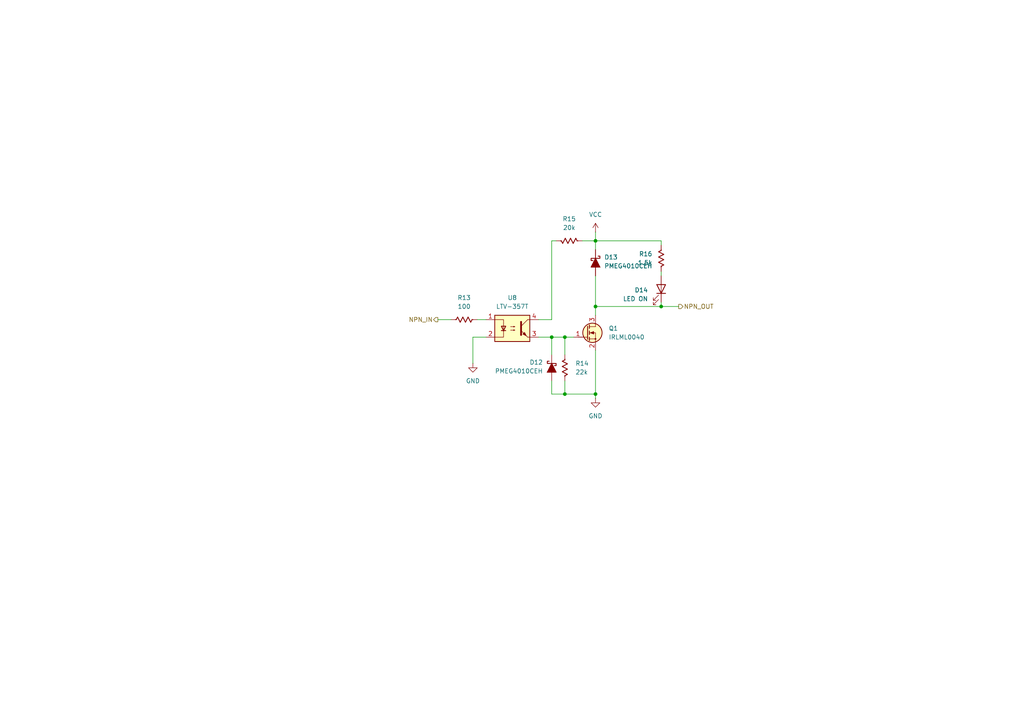
<source format=kicad_sch>
(kicad_sch (version 20250114) (generator "eeschema") (generator_version "9.0")
  (paper "A4")
  (lib_symbols
    (symbol "EasyEDA:GND" (power) (pin_numbers (hide yes)) (pin_names (offset 0) (hide yes))
      (property "Value" "GND" (at 0 -3.81 0))
      (symbol "GND_0_1"
        (polyline (pts (xy 0 0) (xy 0 -1.27) (xy 1.27 -1.27) (xy 0 -2.54) (xy -1.27 -1.27) (xy 0 -1.27)))
      )
      (symbol "GND_1_1"
        (pin power_in line (at 0 0 270) (length 0) (name "~") (number "1"))
      )
    )
    (symbol "EasyEDA:IRLML0040" (pin_names (hide yes))
      (property "Reference" "Q" (at 5.08 1.27 0))
      (property "Value" "IRLML0040" (at 5.08 -1.27 0))
      (symbol "IRLML0040_0_1"
        (polyline (pts (xy 0.254 1.905) (xy 0.254 -1.905)) (stroke (width 0.254)))
        (polyline (pts (xy 0.254 -1.27) (xy -2.54 -1.27)))
        (polyline (pts (xy 0.762 2.286) (xy 0.762 1.27)) (stroke (width 0.254)))
        (polyline (pts (xy 0.762 0.508) (xy 0.762 -0.508)) (stroke (width 0.254)))
        (polyline (pts (xy 0.762 -1.27) (xy 0.762 -2.286)) (stroke (width 0.254)))
        (polyline (pts (xy 0.762 -1.778) (xy 2.54 -1.778)))
        (polyline (pts (xy 1.016 0) (xy 2.032 0.381) (xy 2.032 -0.381) (xy 1.016 0)) (fill (type outline)))
        (circle (center 1.651 0) (radius 2.794) (stroke (width 0.254)) (fill (type background)))
        (polyline (pts (xy 2.54 2.54) (xy 2.54 1.778)))
        (polyline (pts (xy 2.54 1.778) (xy 0.762 1.778)))
        (circle (center 2.54 -1.778) (radius 0.1778) (fill (type outline)))
        (polyline (pts (xy 2.54 -2.54) (xy 2.54 0) (xy 0.762 0)))
      )
      (symbol "IRLML0040_1_1"
        (pin input line (at -3.81 -1.27 0) (length 2.54) (name "G") (number "1"))
        (pin passive line (at 2.54 5.08 270) (length 2.54) (name "D") (number "3"))
        (pin passive line (at 2.54 -5.08 90) (length 2.54) (name "S") (number "2"))
      )
    )
    (symbol "EasyEDA:LED" (pin_numbers (hide yes)) (pin_names (offset 1.016) (hide yes))
      (property "Reference" "D" (at 0 2.54 0))
      (property "Value" "LED" (at 0 -2.54 0))
      (symbol "LED_0_1"
        (polyline (pts (xy -3.048 -0.762) (xy -4.572 -2.286) (xy -3.81 -2.286) (xy -4.572 -2.286) (xy -4.572 -1.524)))
        (polyline (pts (xy -1.778 -0.762) (xy -3.302 -2.286) (xy -2.54 -2.286) (xy -3.302 -2.286) (xy -3.302 -1.524)))
        (polyline (pts (xy -1.27 0) (xy 1.27 0)))
        (polyline (pts (xy -1.27 -1.27) (xy -1.27 1.27)) (stroke (width 0.254)))
        (polyline (pts (xy 1.27 -1.27) (xy 1.27 1.27) (xy -1.27 0) (xy 1.27 -1.27)) (stroke (width 0.254)))
      )
      (symbol "LED_1_1"
        (pin passive line (at -3.81 0 0) (length 2.54) (name "K") (number "1"))
        (pin passive line (at 3.81 0 180) (length 2.54) (name "A") (number "2"))
      )
    )
    (symbol "EasyEDA:LTV-357T" (pin_names (offset 1.016))
      (property "Reference" "U" (at -5.334 4.826 0))
      (property "Value" "LTV-357T" (at 0 5.08 0))
      (symbol "LTV-357T_0_1"
        (rectangle (start -5.08 3.81) (end 5.08 -3.81) (stroke (width 0.254)) (fill (type background)))
        (polyline (pts (xy -5.08 2.54) (xy -2.54 2.54) (xy -2.54 -0.762)))
        (polyline (pts (xy -3.175 -0.635) (xy -1.905 -0.635)) (stroke (width 0.254)))
        (polyline (pts (xy -2.54 -0.635) (xy -2.54 -2.54) (xy -5.08 -2.54)))
        (polyline (pts (xy -2.54 -0.635) (xy -3.175 0.635) (xy -1.905 0.635) (xy -2.54 -0.635)) (stroke (width 0.254)))
        (polyline (pts (xy -0.508 0.508) (xy 0.762 0.508) (xy 0.381 0.381) (xy 0.381 0.635) (xy 0.762 0.508)))
        (polyline (pts (xy -0.508 -0.508) (xy 0.762 -0.508) (xy 0.381 -0.635) (xy 0.381 -0.381) (xy 0.762 -0.508)))
        (polyline (pts (xy 2.54 1.905) (xy 2.54 -1.905)) (stroke (width 0.508)))
        (polyline (pts (xy 2.54 0.635) (xy 4.445 2.54)))
        (polyline (pts (xy 3.048 -1.651) (xy 3.556 -1.143) (xy 4.064 -2.159) (xy 3.048 -1.651)) (fill (type outline)))
        (polyline (pts (xy 4.445 2.54) (xy 5.08 2.54)))
        (polyline (pts (xy 4.445 -2.54) (xy 2.54 -0.635)) (fill (type outline)))
        (polyline (pts (xy 4.445 -2.54) (xy 5.08 -2.54)))
      )
      (symbol "LTV-357T_1_1"
        (pin passive line (at -7.62 2.54 0) (length 2.54) (name "~") (number "1"))
        (pin passive line (at -7.62 -2.54 0) (length 2.54) (name "~") (number "2"))
        (pin passive line (at 7.62 2.54 180) (length 2.54) (name "~") (number "4"))
        (pin passive line (at 7.62 -2.54 180) (length 2.54) (name "~") (number "3"))
      )
    )
    (symbol "EasyEDA:PMEG4010CEH" (pin_numbers (hide yes)) (pin_names (offset 1.016) (hide yes))
      (property "Reference" "D" (at 0 5.08 0))
      (property "Value" "PMEG4010CEH" (at 0 2.54 0))
      (symbol "PMEG4010CEH_0_1"
        (polyline (pts (xy -1.27 0) (xy 1.27 0)))
        (polyline (pts (xy -1.27 -1.27) (xy -1.27 1.27) (xy 1.27 0) (xy -1.27 -1.27)) (stroke (width 0.254)) (fill (type outline)))
        (polyline (pts (xy 1.905 -0.762) (xy 1.905 -1.27) (xy 1.27 -1.27) (xy 1.27 1.27) (xy 0.635 1.27) (xy 0.635 0.762)) (stroke (width 0.254)))
      )
      (symbol "PMEG4010CEH_0_2"
        (polyline (pts (xy -2.54 -2.54) (xy 2.54 2.54)))
        (polyline (pts (xy -0.889 -0.889) (xy -1.778 0) (xy 0.889 0.889) (xy 0 -1.778) (xy -0.889 -0.889)) (stroke (width 0.254)) (fill (type outline)))
        (polyline (pts (xy 0 1.778) (xy 1.778 0)) (stroke (width 0.254)))
        (polyline (pts (xy 0 1.778) (xy -0.381 1.397) (xy 0 1.016)) (stroke (width 0.254)))
        (polyline (pts (xy 1.778 0) (xy 2.159 0.381) (xy 1.778 0.762)) (stroke (width 0.254)))
      )
      (symbol "PMEG4010CEH_1_1"
        (pin passive line (at -3.81 0 0) (length 2.54) (name "A") (number "2"))
        (pin passive line (at 3.81 0 180) (length 2.54) (name "K") (number "1"))
      )
      (symbol "PMEG4010CEH_1_2"
        (pin passive line (at -2.54 -2.54 0) (length 0) (name "A") (number "2"))
        (pin passive line (at 2.54 2.54 180) (length 0) (name "K") (number "1"))
      )
    )
    (symbol "EasyEDA:R_0603" (pin_numbers (hide yes)) (pin_names (offset 0))
      (property "Reference" "R" (at 2.54 1.27 0))
      (property "Value" "R_0603" (at 2.54 -1.27 0))
      (symbol "R_0603_0_1"
        (polyline (pts (xy 0 2.286) (xy 0 2.54)) (stroke (width 0.254)))
        (polyline (pts (xy 0 2.286) (xy 0.762 1.905) (xy -0.762 1.143) (xy 0 0.762) (xy 0.762 0.381) (xy 0 0) (xy -0.762 -0.381) (xy 0 -0.762) (xy 0.762 -1.143) (xy 0 -1.524) (xy -0.762 -1.905) (xy 0 -2.286)) (stroke (width 0.254)))
        (polyline (pts (xy 0 -2.286) (xy 0 -2.54)) (stroke (width 0.254)))
      )
      (symbol "R_0603_0_2"
        (polyline (pts (xy -2.54 -2.54) (xy -1.778 -1.778)))
        (polyline (pts (xy -1.778 -1.778) (xy -1.524 -1.524)) (stroke (width 0.254)))
        (polyline (pts (xy -1.524 -1.524) (xy -1.778 -0.762) (xy -1.016 -1.016)) (stroke (width 0.254)))
        (polyline (pts (xy -0.508 -0.508) (xy -0.762 0.254) (xy 0 0)) (stroke (width 0.254)))
        (polyline (pts (xy -0.508 -0.508) (xy -0.254 -1.27) (xy -1.016 -1.016)) (stroke (width 0.254)))
        (polyline (pts (xy 0.508 0.508) (xy 0.254 1.27) (xy 1.016 1.016)) (stroke (width 0.254)))
        (polyline (pts (xy 0.508 0.508) (xy 0.762 -0.254) (xy 0 0)) (stroke (width 0.254)))
        (polyline (pts (xy 1.524 1.524) (xy 1.778 0.762) (xy 1.016 1.016)) (stroke (width 0.254)))
        (polyline (pts (xy 1.778 1.778) (xy 1.524 1.524)) (stroke (width 0.254)))
        (polyline (pts (xy 1.778 1.778) (xy 2.54 2.54)))
      )
      (symbol "R_0603_1_1"
        (pin passive line (at 0 3.81 270) (length 1.27) (name "~") (number "1"))
        (pin passive line (at 0 -3.81 90) (length 1.27) (name "~") (number "2"))
      )
      (symbol "R_0603_1_2"
        (pin passive line (at -2.54 -2.54 0) (length 0) (name "") (number "2"))
        (pin passive line (at 2.54 2.54 180) (length 0) (name "") (number "1"))
      )
    )
    (symbol "EasyEDA:VCC" (power) (pin_numbers (hide yes)) (pin_names (offset 0) (hide yes))
      (property "Value" "VCC" (at 0 3.556 0))
      (symbol "VCC_0_1"
        (polyline (pts (xy -0.762 1.27) (xy 0 2.54)))
        (polyline (pts (xy 0 2.54) (xy 0.762 1.27)))
        (polyline (pts (xy 0 0) (xy 0 2.54)))
      )
      (symbol "VCC_1_1"
        (pin power_in line (at 0 0 90) (length 0) (name "~") (number "1"))
      )
    )
  )
  (junction (at 172.72 114.3))
  (junction (at 172.72 88.9))
  (junction (at 172.72 69.85))
  (junction (at 163.83 114.3))
  (junction (at 191.77 88.9))
  (junction (at 163.83 97.79))
  (junction (at 160.02 97.79))
  (wire (pts (xy 172.72 67.31) (xy 172.72 69.85)))
  (wire (pts (xy 127 92.71) (xy 130.81 92.71)))
  (wire (pts (xy 172.72 80.01) (xy 172.72 88.9)))
  (wire (pts (xy 160.02 92.71) (xy 156.21 92.71)))
  (wire (pts (xy 137.16 97.79) (xy 140.97 97.79)))
  (wire (pts (xy 160.02 92.71) (xy 160.02 69.85)))
  (wire (pts (xy 172.72 88.9) (xy 172.72 91.44)))
  (wire (pts (xy 137.16 105.41) (xy 137.16 97.79)))
  (wire (pts (xy 163.83 97.79) (xy 163.83 102.87)))
  (wire (pts (xy 191.77 88.9) (xy 172.72 88.9)))
  (wire (pts (xy 191.77 88.9) (xy 196.85 88.9)))
  (wire (pts (xy 160.02 110.49) (xy 160.02 114.3)))
  (wire (pts (xy 160.02 97.79) (xy 156.21 97.79)))
  (wire (pts (xy 172.72 114.3) (xy 172.72 115.57)))
  (wire (pts (xy 191.77 71.12) (xy 191.77 69.85)))
  (wire (pts (xy 172.72 101.6) (xy 172.72 114.3)))
  (wire (pts (xy 191.77 78.74) (xy 191.77 80.01)))
  (wire (pts (xy 160.02 114.3) (xy 163.83 114.3)))
  (wire (pts (xy 191.77 87.63) (xy 191.77 88.9)))
  (wire (pts (xy 160.02 69.85) (xy 161.29 69.85)))
  (wire (pts (xy 163.83 110.49) (xy 163.83 114.3)))
  (wire (pts (xy 172.72 69.85) (xy 172.72 72.39)))
  (wire (pts (xy 191.77 69.85) (xy 172.72 69.85)))
  (wire (pts (xy 163.83 97.79) (xy 166.37 97.79)))
  (wire (pts (xy 168.91 69.85) (xy 172.72 69.85)))
  (wire (pts (xy 160.02 97.79) (xy 160.02 102.87)))
  (wire (pts (xy 160.02 97.79) (xy 163.83 97.79)))
  (wire (pts (xy 163.83 114.3) (xy 172.72 114.3)))
  (wire (pts (xy 138.43 92.71) (xy 140.97 92.71)))
  (hierarchical_label "NPN_IN" (shape output) (at 127 92.71 180))
  (hierarchical_label "NPN_OUT" (shape output) (at 196.85 88.9 0))
  (symbol (lib_id "EasyEDA:LED") (at 191.77 83.82 270) (mirror x) (unit 1)
    (property "Reference" "D14" (at 187.96 84.1374 90) (effects (justify right)))
    (property "Value" "LED ON" (at 187.96 86.6774 90) (effects (justify right)))
    (property "Footprint" "LED_SMD:LED_0603_1608Metric" (effects (hide yes)))
    (property "Description" "Light emitting diode" (effects (hide yes)))
    (property "Sim.Pins" "1=K 2=A" (effects (hide yes)))
  )
  (symbol (lib_id "EasyEDA:VCC") (at 172.72 67.31 0) (unit 1)
    (property "Reference" "#PWR033" (effects (hide yes)))
    (property "Value" "VCC" (at 172.72 62.23 0))
    (property "Description" "Power symbol creates a global label with name \"VCC\"" (effects (hide yes)))
  )
  (symbol (lib_id "EasyEDA:R_0603") (at 165.1 69.85 270) (mirror x) (unit 1)
    (property "Reference" "R15" (at 165.1 63.5 90))
    (property "Value" "20k" (at 165.1 66.04 90))
    (property "Footprint" "PCM_Resistor_SMD_AKL:R_0603_1608Metric" (effects (hide yes)))
    (property "Description" "SMD 0603 Chip Resistor, US Symbol, Alternate KiCad Library" (effects (hide yes)))
  )
  (symbol (lib_id "EasyEDA:IRLML0040") (at 170.18 96.52 0) (unit 1)
    (property "Reference" "Q1" (at 176.53 95.2499 0) (effects (justify left)))
    (property "Value" "IRLML0040" (at 176.53 97.7899 0) (effects (justify left)))
    (property "Footprint" "PCM_Package_TO_SOT_SMD_AKL:SOT-23" (effects (hide yes)))
    (property "Datasheet" "https://www.tme.eu/Document/1c439a2ee55cd7132de81d42f8bd8d4f/irlml0040pbf.pdf" (effects (hide yes)))
    (property "Description" "SOT-23 N-MOSFET enchancement mode transistor, 40V, 3.6A, 1.3W, Alternate KiCAD Library" (effects (hide yes)))
  )
  (symbol (lib_id "EasyEDA:PMEG4010CEH") (at 160.02 106.68 270) (mirror x) (unit 1)
    (property "Reference" "D12" (at 157.48 105.0924 90) (effects (justify right)))
    (property "Value" "PMEG4010CEH" (at 157.48 107.6324 90) (effects (justify right)))
    (property "Footprint" "PCM_Diode_SMD_AKL:D_SOD-123F" (effects (hide yes)))
    (property "Datasheet" "https://www.tme.eu/Document/6076ddfe18935c4c311aad91dddcf920/PMEG4010CEX-DTE.pdf" (effects (hide yes)))
    (property "Description" "SOD-123F Schottky diode, 40V, 1A, Alternate KiCAD Library" (effects (hide yes)))
  )
  (symbol (lib_id "EasyEDA:PMEG4010CEH") (at 172.72 76.2 90) (unit 1)
    (property "Reference" "D13" (at 175.26 74.6124 90) (effects (justify right)))
    (property "Value" "PMEG4010CEH" (at 175.26 77.1524 90) (effects (justify right)))
    (property "Footprint" "PCM_Diode_SMD_AKL:D_SOD-123F" (effects (hide yes)))
    (property "Datasheet" "https://www.tme.eu/Document/6076ddfe18935c4c311aad91dddcf920/PMEG4010CEX-DTE.pdf" (effects (hide yes)))
    (property "Description" "SOD-123F Schottky diode, 40V, 1A, Alternate KiCAD Library" (effects (hide yes)))
  )
  (symbol (lib_id "EasyEDA:R_0603") (at 191.77 74.93 0) (mirror y) (unit 1)
    (property "Reference" "R16" (at 189.23 73.6599 0) (effects (justify left)))
    (property "Value" "1.5k" (at 189.23 76.1999 0) (effects (justify left)))
    (property "Footprint" "PCM_Resistor_SMD_AKL:R_0603_1608Metric" (effects (hide yes)))
    (property "Description" "SMD 0603 Chip Resistor, US Symbol, Alternate KiCad Library" (effects (hide yes)))
  )
  (symbol (lib_id "EasyEDA:LTV-357T") (at 148.59 95.25 0) (unit 1)
    (property "Reference" "U8" (at 148.59 86.36 0))
    (property "Value" "LTV-357T" (at 148.59 88.9 0))
    (property "Footprint" "Package_SO:SO-4_4.4x3.6mm_P2.54mm" (effects (hide yes)))
    (property "Datasheet" "https://www.buerklin.com/medias/sys_master/download/download/h91/ha0/8892020588574.pdf" (effects (hide yes)))
    (property "Description" "DC Optocoupler, Vce 35V, CTR 50%, SO-4" (effects (hide yes)))
  )
  (symbol (lib_id "EasyEDA:R_0603") (at 134.62 92.71 90) (unit 1)
    (property "Reference" "R13" (at 134.62 86.36 90))
    (property "Value" "100" (at 134.62 88.9 90))
    (property "Footprint" "PCM_Resistor_SMD_AKL:R_0603_1608Metric" (effects (hide yes)))
    (property "Description" "SMD 0603 Chip Resistor, US Symbol, Alternate KiCad Library" (effects (hide yes)))
  )
  (symbol (lib_id "EasyEDA:GND") (at 172.72 115.57 0) (unit 1)
    (property "Reference" "#PWR034" (effects (hide yes)))
    (property "Value" "GND" (at 172.72 120.65 0))
    (property "Description" "Power symbol creates a global label with name \"GND\" , ground" (effects (hide yes)))
  )
  (symbol (lib_id "EasyEDA:GND") (at 137.16 105.41 0) (unit 1)
    (property "Reference" "#PWR032" (effects (hide yes)))
    (property "Value" "GND" (at 137.16 110.49 0))
    (property "Description" "Power symbol creates a global label with name \"GND\" , ground" (effects (hide yes)))
  )
  (symbol (lib_id "EasyEDA:R_0603") (at 163.83 106.68 0) (mirror y) (unit 1)
    (property "Reference" "R14" (at 166.878 105.41 0) (effects (justify right)))
    (property "Value" "22k" (at 166.878 107.95 0) (effects (justify right)))
    (property "Footprint" "PCM_Resistor_SMD_AKL:R_0603_1608Metric" (effects (hide yes)))
    (property "Description" "SMD 0603 Chip Resistor, US Symbol, Alternate KiCad Library" (effects (hide yes)))
  )
)
</source>
